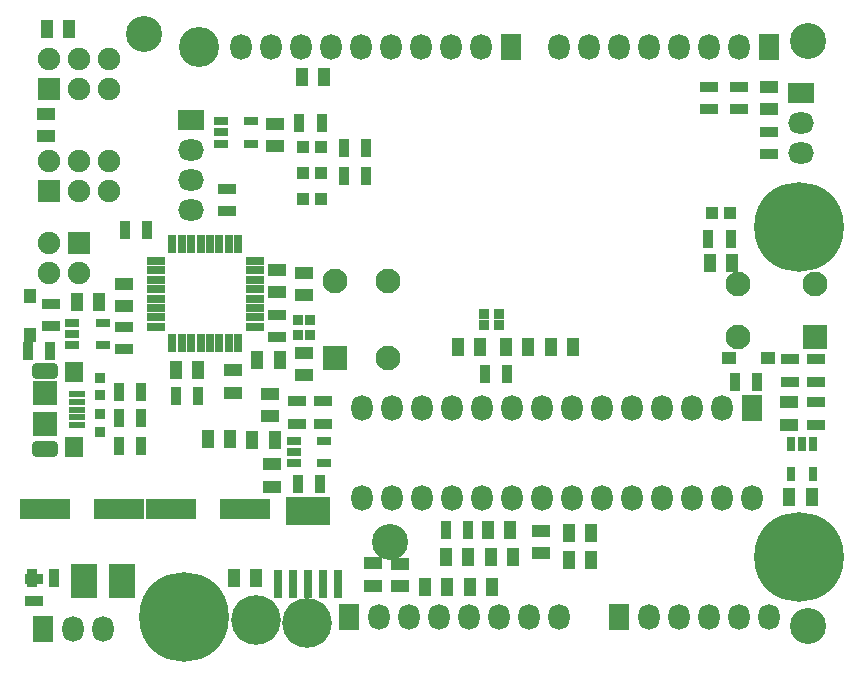
<source format=gts>
G04*
G04 #@! TF.GenerationSoftware,Altium Limited,Altium Designer,21.7.1 (17)*
G04*
G04 Layer_Color=8388736*
%FSLAX44Y44*%
%MOMM*%
G71*
G04*
G04 #@! TF.SameCoordinates,7A3013B2-BE9A-4409-8891-BE4D90AA3B49*
G04*
G04*
G04 #@! TF.FilePolarity,Negative*
G04*
G01*
G75*
%ADD36R,0.8000X2.4000*%
%ADD37R,3.7000X2.4000*%
%ADD38R,1.3000X0.8000*%
%ADD39R,0.8000X1.3000*%
%ADD40R,4.2000X1.8000*%
%ADD41C,3.0480*%
%ADD42R,2.2000X2.9000*%
%ADD43R,1.0000X1.0000*%
%ADD44R,1.0800X1.2200*%
%ADD45R,1.2200X1.0800*%
%ADD46R,1.6200X0.6700*%
%ADD47R,0.6700X1.6200*%
%ADD48R,0.8150X0.9150*%
%ADD49R,0.9150X0.8150*%
%ADD50R,0.9500X0.9500*%
%ADD51R,1.4500X0.5000*%
%ADD52R,1.6000X1.8000*%
%ADD53R,2.1000X2.1000*%
%ADD54R,1.5000X0.9000*%
%ADD55R,0.9000X1.5000*%
%ADD56R,1.5000X1.1000*%
%ADD57R,1.1000X1.5000*%
%ADD58C,3.4000*%
%ADD59C,4.2000*%
%ADD60O,1.8000X2.2000*%
%ADD61R,1.8000X2.2000*%
%ADD62O,2.2000X1.8000*%
%ADD63R,2.2000X1.8000*%
%ADD64C,7.6000*%
%ADD65R,1.9000X1.9000*%
%ADD66C,1.9000*%
%ADD67C,2.1000*%
%ADD68R,2.1000X2.1000*%
G04:AMPARAMS|DCode=69|XSize=2.2mm|YSize=1.4mm|CornerRadius=0.4mm|HoleSize=0mm|Usage=FLASHONLY|Rotation=0.000|XOffset=0mm|YOffset=0mm|HoleType=Round|Shape=RoundedRectangle|*
%AMROUNDEDRECTD69*
21,1,2.2000,0.6000,0,0,0.0*
21,1,1.4000,1.4000,0,0,0.0*
1,1,0.8000,0.7000,-0.3000*
1,1,0.8000,-0.7000,-0.3000*
1,1,0.8000,-0.7000,0.3000*
1,1,0.8000,0.7000,0.3000*
%
%ADD69ROUNDEDRECTD69*%
D36*
X219600Y53250D02*
D03*
X232300D02*
D03*
X245000D02*
D03*
X257700D02*
D03*
X270400D02*
D03*
D37*
X245000Y115250D02*
D03*
D38*
X170642Y445110D02*
D03*
Y435610D02*
D03*
Y426110D02*
D03*
X196642Y445110D02*
D03*
Y426110D02*
D03*
X45250Y274250D02*
D03*
Y264750D02*
D03*
Y255250D02*
D03*
X71250Y274250D02*
D03*
Y255250D02*
D03*
X232500Y174500D02*
D03*
Y165000D02*
D03*
Y155500D02*
D03*
X258500Y174500D02*
D03*
Y155500D02*
D03*
D39*
X672440Y172258D02*
D03*
X662940D02*
D03*
X653440D02*
D03*
X672440Y146258D02*
D03*
X653440D02*
D03*
D40*
X84340Y116840D02*
D03*
X22340D02*
D03*
X129020D02*
D03*
X191020D02*
D03*
D41*
X668020Y513080D02*
D03*
Y17780D02*
D03*
X105664Y518668D02*
D03*
X313750Y89000D02*
D03*
D42*
X55000Y56000D02*
D03*
X87000D02*
D03*
D43*
X255658Y401574D02*
D03*
X240658D02*
D03*
X255404Y379222D02*
D03*
X240404D02*
D03*
X255404Y422910D02*
D03*
X240404D02*
D03*
X601606Y367538D02*
D03*
X586606D02*
D03*
D44*
X9144Y264066D02*
D03*
Y296766D02*
D03*
D45*
X601124Y244348D02*
D03*
X633824D02*
D03*
D46*
X199750Y271000D02*
D03*
Y279000D02*
D03*
Y287000D02*
D03*
Y295000D02*
D03*
Y303000D02*
D03*
Y311000D02*
D03*
Y319000D02*
D03*
Y327000D02*
D03*
X115750D02*
D03*
Y319000D02*
D03*
Y311000D02*
D03*
Y303000D02*
D03*
Y295000D02*
D03*
Y287000D02*
D03*
Y279000D02*
D03*
Y271000D02*
D03*
D47*
X185750Y341000D02*
D03*
X177750D02*
D03*
X169750D02*
D03*
X161750D02*
D03*
X153750D02*
D03*
X145750D02*
D03*
X137750D02*
D03*
X129750D02*
D03*
Y257000D02*
D03*
X137750D02*
D03*
X145750D02*
D03*
X153750D02*
D03*
X161750D02*
D03*
X169750D02*
D03*
X177750D02*
D03*
X185750D02*
D03*
D48*
X246380Y276860D02*
D03*
X236630D02*
D03*
Y264160D02*
D03*
X246380D02*
D03*
D49*
X393700Y281940D02*
D03*
Y272190D02*
D03*
X406400D02*
D03*
Y281940D02*
D03*
D50*
X68750Y213000D02*
D03*
Y228000D02*
D03*
X68500Y197250D02*
D03*
Y182250D02*
D03*
D51*
X48745Y214000D02*
D03*
Y188000D02*
D03*
Y194500D02*
D03*
Y201000D02*
D03*
Y207500D02*
D03*
D52*
X46495Y169000D02*
D03*
Y233000D02*
D03*
D53*
X21995Y189000D02*
D03*
Y215000D02*
D03*
X267250Y244500D02*
D03*
D54*
X176500Y369000D02*
D03*
Y388000D02*
D03*
X89000Y252250D02*
D03*
Y271250D02*
D03*
X218440Y262280D02*
D03*
Y281280D02*
D03*
X609600Y455320D02*
D03*
Y474320D02*
D03*
X584200D02*
D03*
Y455320D02*
D03*
X635000Y436220D02*
D03*
Y417220D02*
D03*
X12700Y57760D02*
D03*
Y38760D02*
D03*
X674624Y188112D02*
D03*
Y207112D02*
D03*
X674370Y243434D02*
D03*
Y224434D02*
D03*
X235500Y189000D02*
D03*
Y208000D02*
D03*
X27178Y290678D02*
D03*
Y271678D02*
D03*
X652526Y243434D02*
D03*
Y224434D02*
D03*
X257250Y189000D02*
D03*
Y208000D02*
D03*
D55*
X294077Y422043D02*
D03*
X275077D02*
D03*
X275000Y398500D02*
D03*
X294000D02*
D03*
X151500Y212250D02*
D03*
X132500D02*
D03*
X89560Y353060D02*
D03*
X108560D02*
D03*
X103500Y216000D02*
D03*
X84500D02*
D03*
Y193500D02*
D03*
X103500D02*
D03*
X84480Y170180D02*
D03*
X103480D02*
D03*
X10820Y58420D02*
D03*
X29820D02*
D03*
X361340Y99060D02*
D03*
X380340D02*
D03*
X605942Y224536D02*
D03*
X624942D02*
D03*
X256388Y443230D02*
D03*
X237388D02*
D03*
X583590Y345694D02*
D03*
X602590D02*
D03*
X394360Y231140D02*
D03*
X413360D02*
D03*
X7264Y250952D02*
D03*
X26264D02*
D03*
X236250Y137750D02*
D03*
X255250D02*
D03*
D56*
X212500Y214500D02*
D03*
Y195500D02*
D03*
X218440Y300380D02*
D03*
Y319380D02*
D03*
X181250Y234250D02*
D03*
Y215250D02*
D03*
X22860Y432460D02*
D03*
Y451460D02*
D03*
X241300Y297840D02*
D03*
Y316840D02*
D03*
X241500Y249000D02*
D03*
Y230000D02*
D03*
X635000Y455320D02*
D03*
Y474320D02*
D03*
X299500Y51750D02*
D03*
Y70750D02*
D03*
X322580Y51460D02*
D03*
Y70460D02*
D03*
X441960Y98400D02*
D03*
Y79400D02*
D03*
X216408Y443078D02*
D03*
Y424078D02*
D03*
X88750Y288500D02*
D03*
Y307500D02*
D03*
X652272Y188112D02*
D03*
Y207112D02*
D03*
X214500Y135750D02*
D03*
Y154750D02*
D03*
D57*
X201750Y243250D02*
D03*
X220750D02*
D03*
X132750Y234500D02*
D03*
X151750D02*
D03*
X201000Y58250D02*
D03*
X182000D02*
D03*
X362560Y50800D02*
D03*
X343560D02*
D03*
X381660D02*
D03*
X400660D02*
D03*
X584860Y325120D02*
D03*
X603860D02*
D03*
X23520Y523240D02*
D03*
X42520D02*
D03*
X465480Y73660D02*
D03*
X484480D02*
D03*
X469240Y254000D02*
D03*
X450240D02*
D03*
X239250Y482500D02*
D03*
X258250D02*
D03*
X399440Y76200D02*
D03*
X418440D02*
D03*
X415900Y99060D02*
D03*
X396900D02*
D03*
X390500Y254000D02*
D03*
X371500D02*
D03*
X412140D02*
D03*
X431140D02*
D03*
X652170Y126746D02*
D03*
X671170D02*
D03*
X178750Y175750D02*
D03*
X159750D02*
D03*
X68000Y292000D02*
D03*
X49000D02*
D03*
X197500Y175000D02*
D03*
X216500D02*
D03*
X465480Y96520D02*
D03*
X484480D02*
D03*
X380340Y76200D02*
D03*
X361340D02*
D03*
D58*
X152400Y508000D02*
D03*
D59*
X200660Y22860D02*
D03*
X243840Y20320D02*
D03*
D60*
X187960Y508000D02*
D03*
X213360D02*
D03*
X238760D02*
D03*
X264160D02*
D03*
X289560D02*
D03*
X314960D02*
D03*
X340360D02*
D03*
X365760D02*
D03*
X391160D02*
D03*
X457200Y25400D02*
D03*
X431800D02*
D03*
X406400D02*
D03*
X381000D02*
D03*
X355600D02*
D03*
X330200D02*
D03*
X304800D02*
D03*
X457200Y508000D02*
D03*
X482600D02*
D03*
X508000D02*
D03*
X533400D02*
D03*
X558800D02*
D03*
X584200D02*
D03*
X609600D02*
D03*
X635000Y25400D02*
D03*
X609600D02*
D03*
X584200D02*
D03*
X558800D02*
D03*
X533400D02*
D03*
X71120Y15240D02*
D03*
X45720D02*
D03*
X595250Y201930D02*
D03*
X569850D02*
D03*
X544450D02*
D03*
X519050D02*
D03*
X493650D02*
D03*
X468250D02*
D03*
X442850D02*
D03*
X417450D02*
D03*
X392050D02*
D03*
X366650D02*
D03*
X341250D02*
D03*
X315850D02*
D03*
X290450D02*
D03*
X620650Y125730D02*
D03*
X595250D02*
D03*
X569850D02*
D03*
X544450D02*
D03*
X519050D02*
D03*
X493650D02*
D03*
X468250D02*
D03*
X442850D02*
D03*
X417450D02*
D03*
X392050D02*
D03*
X366650D02*
D03*
X341250D02*
D03*
X315850D02*
D03*
X290450D02*
D03*
D61*
X416560Y508000D02*
D03*
X279400Y25400D02*
D03*
X635000Y508000D02*
D03*
X508000Y25400D02*
D03*
X20320Y15240D02*
D03*
X620650Y201930D02*
D03*
D62*
X662000Y418200D02*
D03*
Y443600D02*
D03*
X146000Y420600D02*
D03*
Y395200D02*
D03*
Y369800D02*
D03*
D63*
X662000Y469000D02*
D03*
X146000Y446000D02*
D03*
D64*
X139700Y25400D02*
D03*
X660400Y76200D02*
D03*
Y355600D02*
D03*
D65*
X25400Y386080D02*
D03*
Y472440D02*
D03*
X50800Y342000D02*
D03*
D66*
Y386080D02*
D03*
X25400Y411480D02*
D03*
X50800D02*
D03*
X76200Y386080D02*
D03*
Y411480D02*
D03*
X50800Y472440D02*
D03*
X25400Y497840D02*
D03*
X50800D02*
D03*
X76200Y472440D02*
D03*
Y497840D02*
D03*
X25400Y316600D02*
D03*
X50800D02*
D03*
X25400Y342000D02*
D03*
D67*
X674104Y307234D02*
D03*
X609104D02*
D03*
Y262234D02*
D03*
X312250Y244500D02*
D03*
Y309500D02*
D03*
X267250D02*
D03*
D68*
X674104Y262234D02*
D03*
D69*
X21995Y168000D02*
D03*
Y234000D02*
D03*
M02*

</source>
